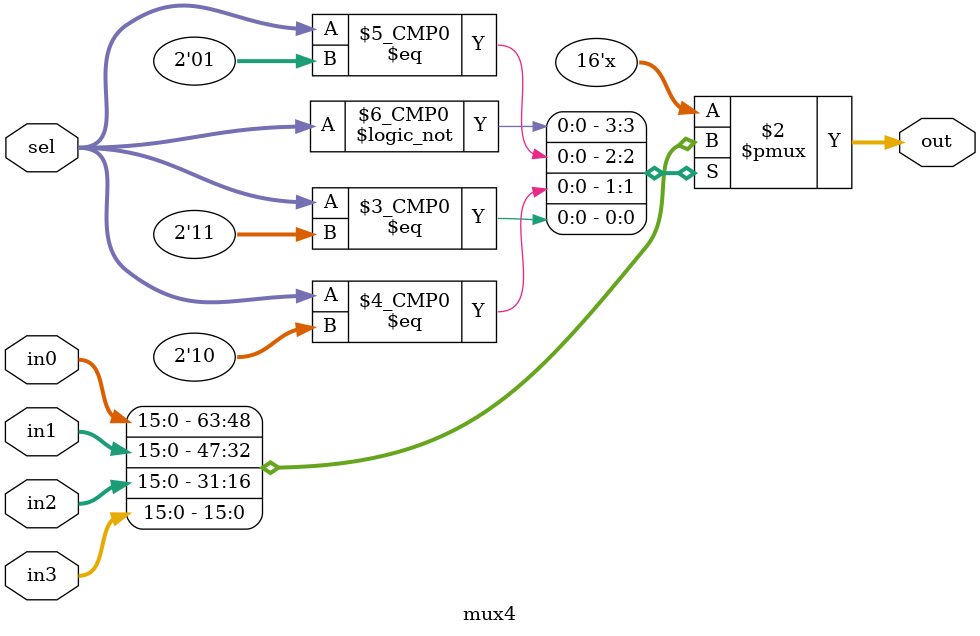
<source format=v>

module mux4 #( parameter WIDTH = 16)
	(
    input [WIDTH-1:0] in0,
    input [WIDTH-1:0] in1,
    input [WIDTH-1:0] in2,
    input [WIDTH-1:0] in3,
    input [1:0] sel,
    output reg [WIDTH-1:0] out
    );
	
	always @(*) begin
        case(sel)
            2'b00: out = in0;
            2'b01: out = in1;
            2'b10: out = in2;
            2'b11: out = in3;
        endcase
    end
	
endmodule

</source>
